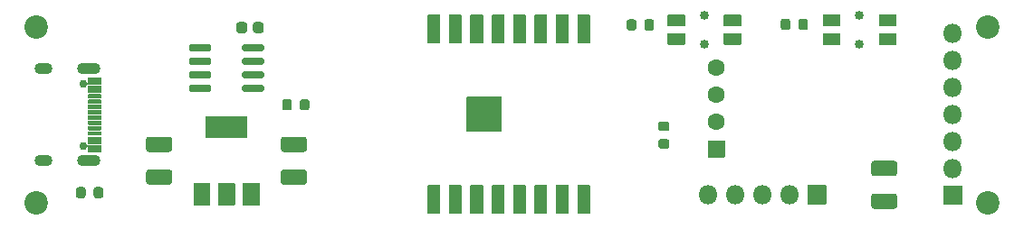
<source format=gbr>
%TF.GenerationSoftware,KiCad,Pcbnew,(5.1.10)-1*%
%TF.CreationDate,2021-05-06T00:31:15+08:00*%
%TF.ProjectId,wifivfd,77696669-7666-4642-9e6b-696361645f70,rev?*%
%TF.SameCoordinates,Original*%
%TF.FileFunction,Soldermask,Top*%
%TF.FilePolarity,Negative*%
%FSLAX46Y46*%
G04 Gerber Fmt 4.6, Leading zero omitted, Abs format (unit mm)*
G04 Created by KiCad (PCBNEW (5.1.10)-1) date 2021-05-06 00:31:15*
%MOMM*%
%LPD*%
G01*
G04 APERTURE LIST*
%ADD10C,1.600000*%
%ADD11C,0.850000*%
%ADD12O,1.800000X1.800000*%
%ADD13O,2.200000X1.100000*%
%ADD14O,1.700000X1.100000*%
%ADD15C,0.750000*%
%ADD16C,2.200000*%
%ADD17C,0.350000*%
G04 APERTURE END LIST*
%TO.C,DHT11*%
G36*
G01*
X164800000Y-93950000D02*
X164800000Y-92450000D01*
G75*
G02*
X164850000Y-92400000I50000J0D01*
G01*
X166350000Y-92400000D01*
G75*
G02*
X166400000Y-92450000I0J-50000D01*
G01*
X166400000Y-93950000D01*
G75*
G02*
X166350000Y-94000000I-50000J0D01*
G01*
X164850000Y-94000000D01*
G75*
G02*
X164800000Y-93950000I0J50000D01*
G01*
G37*
D10*
X165600000Y-90660000D03*
X165600000Y-88120000D03*
X165600000Y-85580000D03*
%TD*%
D11*
%TO.C,Flash*%
X164500000Y-80625000D03*
X164500000Y-83375000D03*
G36*
G01*
X167950000Y-80650000D02*
X167950000Y-81650000D01*
G75*
G02*
X167900000Y-81700000I-50000J0D01*
G01*
X166350000Y-81700000D01*
G75*
G02*
X166300000Y-81650000I0J50000D01*
G01*
X166300000Y-80650000D01*
G75*
G02*
X166350000Y-80600000I50000J0D01*
G01*
X167900000Y-80600000D01*
G75*
G02*
X167950000Y-80650000I0J-50000D01*
G01*
G37*
G36*
G01*
X162700000Y-80650000D02*
X162700000Y-81650000D01*
G75*
G02*
X162650000Y-81700000I-50000J0D01*
G01*
X161100000Y-81700000D01*
G75*
G02*
X161050000Y-81650000I0J50000D01*
G01*
X161050000Y-80650000D01*
G75*
G02*
X161100000Y-80600000I50000J0D01*
G01*
X162650000Y-80600000D01*
G75*
G02*
X162700000Y-80650000I0J-50000D01*
G01*
G37*
G36*
G01*
X162700000Y-82350000D02*
X162700000Y-83350000D01*
G75*
G02*
X162650000Y-83400000I-50000J0D01*
G01*
X161100000Y-83400000D01*
G75*
G02*
X161050000Y-83350000I0J50000D01*
G01*
X161050000Y-82350000D01*
G75*
G02*
X161100000Y-82300000I50000J0D01*
G01*
X162650000Y-82300000D01*
G75*
G02*
X162700000Y-82350000I0J-50000D01*
G01*
G37*
G36*
G01*
X167950000Y-82350000D02*
X167950000Y-83350000D01*
G75*
G02*
X167900000Y-83400000I-50000J0D01*
G01*
X166350000Y-83400000D01*
G75*
G02*
X166300000Y-83350000I0J50000D01*
G01*
X166300000Y-82350000D01*
G75*
G02*
X166350000Y-82300000I50000J0D01*
G01*
X167900000Y-82300000D01*
G75*
G02*
X167950000Y-82350000I0J-50000D01*
G01*
G37*
%TD*%
%TO.C,RST*%
X179000000Y-80625000D03*
X179000000Y-83375000D03*
G36*
G01*
X182450000Y-80650000D02*
X182450000Y-81650000D01*
G75*
G02*
X182400000Y-81700000I-50000J0D01*
G01*
X180850000Y-81700000D01*
G75*
G02*
X180800000Y-81650000I0J50000D01*
G01*
X180800000Y-80650000D01*
G75*
G02*
X180850000Y-80600000I50000J0D01*
G01*
X182400000Y-80600000D01*
G75*
G02*
X182450000Y-80650000I0J-50000D01*
G01*
G37*
G36*
G01*
X177200000Y-80650000D02*
X177200000Y-81650000D01*
G75*
G02*
X177150000Y-81700000I-50000J0D01*
G01*
X175600000Y-81700000D01*
G75*
G02*
X175550000Y-81650000I0J50000D01*
G01*
X175550000Y-80650000D01*
G75*
G02*
X175600000Y-80600000I50000J0D01*
G01*
X177150000Y-80600000D01*
G75*
G02*
X177200000Y-80650000I0J-50000D01*
G01*
G37*
G36*
G01*
X177200000Y-82350000D02*
X177200000Y-83350000D01*
G75*
G02*
X177150000Y-83400000I-50000J0D01*
G01*
X175600000Y-83400000D01*
G75*
G02*
X175550000Y-83350000I0J50000D01*
G01*
X175550000Y-82350000D01*
G75*
G02*
X175600000Y-82300000I50000J0D01*
G01*
X177150000Y-82300000D01*
G75*
G02*
X177200000Y-82350000I0J-50000D01*
G01*
G37*
G36*
G01*
X182450000Y-82350000D02*
X182450000Y-83350000D01*
G75*
G02*
X182400000Y-83400000I-50000J0D01*
G01*
X180850000Y-83400000D01*
G75*
G02*
X180800000Y-83350000I0J50000D01*
G01*
X180800000Y-82350000D01*
G75*
G02*
X180850000Y-82300000I50000J0D01*
G01*
X182400000Y-82300000D01*
G75*
G02*
X182450000Y-82350000I0J-50000D01*
G01*
G37*
%TD*%
D12*
%TO.C,VFD*%
X187700000Y-82310000D03*
X187700000Y-84850000D03*
X187700000Y-87390000D03*
X187700000Y-89930000D03*
X187700000Y-92470000D03*
X187700000Y-95010000D03*
G36*
G01*
X188600000Y-96700000D02*
X188600000Y-98400000D01*
G75*
G02*
X188550000Y-98450000I-50000J0D01*
G01*
X186850000Y-98450000D01*
G75*
G02*
X186800000Y-98400000I0J50000D01*
G01*
X186800000Y-96700000D01*
G75*
G02*
X186850000Y-96650000I50000J0D01*
G01*
X188550000Y-96650000D01*
G75*
G02*
X188600000Y-96700000I0J-50000D01*
G01*
G37*
%TD*%
%TO.C,U1*%
G36*
G01*
X139750000Y-99300000D02*
X138650000Y-99300000D01*
G75*
G02*
X138600000Y-99250000I0J50000D01*
G01*
X138600000Y-96650000D01*
G75*
G02*
X138650000Y-96600000I50000J0D01*
G01*
X139750000Y-96600000D01*
G75*
G02*
X139800000Y-96650000I0J-50000D01*
G01*
X139800000Y-99250000D01*
G75*
G02*
X139750000Y-99300000I-50000J0D01*
G01*
G37*
G36*
G01*
X141750000Y-99300000D02*
X140650000Y-99300000D01*
G75*
G02*
X140600000Y-99250000I0J50000D01*
G01*
X140600000Y-96650000D01*
G75*
G02*
X140650000Y-96600000I50000J0D01*
G01*
X141750000Y-96600000D01*
G75*
G02*
X141800000Y-96650000I0J-50000D01*
G01*
X141800000Y-99250000D01*
G75*
G02*
X141750000Y-99300000I-50000J0D01*
G01*
G37*
G36*
G01*
X143750000Y-99300000D02*
X142650000Y-99300000D01*
G75*
G02*
X142600000Y-99250000I0J50000D01*
G01*
X142600000Y-96650000D01*
G75*
G02*
X142650000Y-96600000I50000J0D01*
G01*
X143750000Y-96600000D01*
G75*
G02*
X143800000Y-96650000I0J-50000D01*
G01*
X143800000Y-99250000D01*
G75*
G02*
X143750000Y-99300000I-50000J0D01*
G01*
G37*
G36*
G01*
X145750000Y-99300000D02*
X144650000Y-99300000D01*
G75*
G02*
X144600000Y-99250000I0J50000D01*
G01*
X144600000Y-96650000D01*
G75*
G02*
X144650000Y-96600000I50000J0D01*
G01*
X145750000Y-96600000D01*
G75*
G02*
X145800000Y-96650000I0J-50000D01*
G01*
X145800000Y-99250000D01*
G75*
G02*
X145750000Y-99300000I-50000J0D01*
G01*
G37*
G36*
G01*
X147750000Y-99300000D02*
X146650000Y-99300000D01*
G75*
G02*
X146600000Y-99250000I0J50000D01*
G01*
X146600000Y-96650000D01*
G75*
G02*
X146650000Y-96600000I50000J0D01*
G01*
X147750000Y-96600000D01*
G75*
G02*
X147800000Y-96650000I0J-50000D01*
G01*
X147800000Y-99250000D01*
G75*
G02*
X147750000Y-99300000I-50000J0D01*
G01*
G37*
G36*
G01*
X149750000Y-99300000D02*
X148650000Y-99300000D01*
G75*
G02*
X148600000Y-99250000I0J50000D01*
G01*
X148600000Y-96650000D01*
G75*
G02*
X148650000Y-96600000I50000J0D01*
G01*
X149750000Y-96600000D01*
G75*
G02*
X149800000Y-96650000I0J-50000D01*
G01*
X149800000Y-99250000D01*
G75*
G02*
X149750000Y-99300000I-50000J0D01*
G01*
G37*
G36*
G01*
X151750000Y-99300000D02*
X150650000Y-99300000D01*
G75*
G02*
X150600000Y-99250000I0J50000D01*
G01*
X150600000Y-96650000D01*
G75*
G02*
X150650000Y-96600000I50000J0D01*
G01*
X151750000Y-96600000D01*
G75*
G02*
X151800000Y-96650000I0J-50000D01*
G01*
X151800000Y-99250000D01*
G75*
G02*
X151750000Y-99300000I-50000J0D01*
G01*
G37*
G36*
G01*
X153750000Y-99300000D02*
X152650000Y-99300000D01*
G75*
G02*
X152600000Y-99250000I0J50000D01*
G01*
X152600000Y-96650000D01*
G75*
G02*
X152650000Y-96600000I50000J0D01*
G01*
X153750000Y-96600000D01*
G75*
G02*
X153800000Y-96650000I0J-50000D01*
G01*
X153800000Y-99250000D01*
G75*
G02*
X153750000Y-99300000I-50000J0D01*
G01*
G37*
G36*
G01*
X153750000Y-83300000D02*
X152650000Y-83300000D01*
G75*
G02*
X152600000Y-83250000I0J50000D01*
G01*
X152600000Y-80650000D01*
G75*
G02*
X152650000Y-80600000I50000J0D01*
G01*
X153750000Y-80600000D01*
G75*
G02*
X153800000Y-80650000I0J-50000D01*
G01*
X153800000Y-83250000D01*
G75*
G02*
X153750000Y-83300000I-50000J0D01*
G01*
G37*
G36*
G01*
X151750000Y-83300000D02*
X150650000Y-83300000D01*
G75*
G02*
X150600000Y-83250000I0J50000D01*
G01*
X150600000Y-80650000D01*
G75*
G02*
X150650000Y-80600000I50000J0D01*
G01*
X151750000Y-80600000D01*
G75*
G02*
X151800000Y-80650000I0J-50000D01*
G01*
X151800000Y-83250000D01*
G75*
G02*
X151750000Y-83300000I-50000J0D01*
G01*
G37*
G36*
G01*
X149750000Y-83300000D02*
X148650000Y-83300000D01*
G75*
G02*
X148600000Y-83250000I0J50000D01*
G01*
X148600000Y-80650000D01*
G75*
G02*
X148650000Y-80600000I50000J0D01*
G01*
X149750000Y-80600000D01*
G75*
G02*
X149800000Y-80650000I0J-50000D01*
G01*
X149800000Y-83250000D01*
G75*
G02*
X149750000Y-83300000I-50000J0D01*
G01*
G37*
G36*
G01*
X147750000Y-83300000D02*
X146650000Y-83300000D01*
G75*
G02*
X146600000Y-83250000I0J50000D01*
G01*
X146600000Y-80650000D01*
G75*
G02*
X146650000Y-80600000I50000J0D01*
G01*
X147750000Y-80600000D01*
G75*
G02*
X147800000Y-80650000I0J-50000D01*
G01*
X147800000Y-83250000D01*
G75*
G02*
X147750000Y-83300000I-50000J0D01*
G01*
G37*
G36*
G01*
X145750000Y-83300000D02*
X144650000Y-83300000D01*
G75*
G02*
X144600000Y-83250000I0J50000D01*
G01*
X144600000Y-80650000D01*
G75*
G02*
X144650000Y-80600000I50000J0D01*
G01*
X145750000Y-80600000D01*
G75*
G02*
X145800000Y-80650000I0J-50000D01*
G01*
X145800000Y-83250000D01*
G75*
G02*
X145750000Y-83300000I-50000J0D01*
G01*
G37*
G36*
G01*
X143750000Y-83300000D02*
X142650000Y-83300000D01*
G75*
G02*
X142600000Y-83250000I0J50000D01*
G01*
X142600000Y-80650000D01*
G75*
G02*
X142650000Y-80600000I50000J0D01*
G01*
X143750000Y-80600000D01*
G75*
G02*
X143800000Y-80650000I0J-50000D01*
G01*
X143800000Y-83250000D01*
G75*
G02*
X143750000Y-83300000I-50000J0D01*
G01*
G37*
G36*
G01*
X141750000Y-83300000D02*
X140650000Y-83300000D01*
G75*
G02*
X140600000Y-83250000I0J50000D01*
G01*
X140600000Y-80650000D01*
G75*
G02*
X140650000Y-80600000I50000J0D01*
G01*
X141750000Y-80600000D01*
G75*
G02*
X141800000Y-80650000I0J-50000D01*
G01*
X141800000Y-83250000D01*
G75*
G02*
X141750000Y-83300000I-50000J0D01*
G01*
G37*
G36*
G01*
X139750000Y-83300000D02*
X138650000Y-83300000D01*
G75*
G02*
X138600000Y-83250000I0J50000D01*
G01*
X138600000Y-80650000D01*
G75*
G02*
X138650000Y-80600000I50000J0D01*
G01*
X139750000Y-80600000D01*
G75*
G02*
X139800000Y-80650000I0J-50000D01*
G01*
X139800000Y-83250000D01*
G75*
G02*
X139750000Y-83300000I-50000J0D01*
G01*
G37*
G36*
G01*
X145500000Y-91600000D02*
X142300000Y-91600000D01*
G75*
G02*
X142250000Y-91550000I0J50000D01*
G01*
X142250000Y-88350000D01*
G75*
G02*
X142300000Y-88300000I50000J0D01*
G01*
X145500000Y-88300000D01*
G75*
G02*
X145550000Y-88350000I0J-50000D01*
G01*
X145550000Y-91550000D01*
G75*
G02*
X145500000Y-91600000I-50000J0D01*
G01*
G37*
%TD*%
D13*
%TO.C,Type-C*%
X106905000Y-85680000D03*
X106905000Y-94320000D03*
D14*
X102725000Y-85680000D03*
X102725000Y-94320000D03*
D15*
X106405000Y-92890000D03*
X106405000Y-87110000D03*
G36*
G01*
X106895000Y-92850000D02*
X108045000Y-92850000D01*
G75*
G02*
X108095000Y-92900000I0J-50000D01*
G01*
X108095000Y-93200000D01*
G75*
G02*
X108045000Y-93250000I-50000J0D01*
G01*
X106895000Y-93250000D01*
G75*
G02*
X106845000Y-93200000I0J50000D01*
G01*
X106845000Y-92900000D01*
G75*
G02*
X106895000Y-92850000I50000J0D01*
G01*
G37*
G36*
G01*
X106895000Y-92050000D02*
X108045000Y-92050000D01*
G75*
G02*
X108095000Y-92100000I0J-50000D01*
G01*
X108095000Y-92400000D01*
G75*
G02*
X108045000Y-92450000I-50000J0D01*
G01*
X106895000Y-92450000D01*
G75*
G02*
X106845000Y-92400000I0J50000D01*
G01*
X106845000Y-92100000D01*
G75*
G02*
X106895000Y-92050000I50000J0D01*
G01*
G37*
G36*
G01*
X106895000Y-91550000D02*
X108045000Y-91550000D01*
G75*
G02*
X108095000Y-91600000I0J-50000D01*
G01*
X108095000Y-91900000D01*
G75*
G02*
X108045000Y-91950000I-50000J0D01*
G01*
X106895000Y-91950000D01*
G75*
G02*
X106845000Y-91900000I0J50000D01*
G01*
X106845000Y-91600000D01*
G75*
G02*
X106895000Y-91550000I50000J0D01*
G01*
G37*
G36*
G01*
X106895000Y-91050000D02*
X108045000Y-91050000D01*
G75*
G02*
X108095000Y-91100000I0J-50000D01*
G01*
X108095000Y-91400000D01*
G75*
G02*
X108045000Y-91450000I-50000J0D01*
G01*
X106895000Y-91450000D01*
G75*
G02*
X106845000Y-91400000I0J50000D01*
G01*
X106845000Y-91100000D01*
G75*
G02*
X106895000Y-91050000I50000J0D01*
G01*
G37*
G36*
G01*
X106895000Y-90550000D02*
X108045000Y-90550000D01*
G75*
G02*
X108095000Y-90600000I0J-50000D01*
G01*
X108095000Y-90900000D01*
G75*
G02*
X108045000Y-90950000I-50000J0D01*
G01*
X106895000Y-90950000D01*
G75*
G02*
X106845000Y-90900000I0J50000D01*
G01*
X106845000Y-90600000D01*
G75*
G02*
X106895000Y-90550000I50000J0D01*
G01*
G37*
G36*
G01*
X106895000Y-90050000D02*
X108045000Y-90050000D01*
G75*
G02*
X108095000Y-90100000I0J-50000D01*
G01*
X108095000Y-90400000D01*
G75*
G02*
X108045000Y-90450000I-50000J0D01*
G01*
X106895000Y-90450000D01*
G75*
G02*
X106845000Y-90400000I0J50000D01*
G01*
X106845000Y-90100000D01*
G75*
G02*
X106895000Y-90050000I50000J0D01*
G01*
G37*
G36*
G01*
X106895000Y-89550000D02*
X108045000Y-89550000D01*
G75*
G02*
X108095000Y-89600000I0J-50000D01*
G01*
X108095000Y-89900000D01*
G75*
G02*
X108045000Y-89950000I-50000J0D01*
G01*
X106895000Y-89950000D01*
G75*
G02*
X106845000Y-89900000I0J50000D01*
G01*
X106845000Y-89600000D01*
G75*
G02*
X106895000Y-89550000I50000J0D01*
G01*
G37*
G36*
G01*
X106895000Y-89050000D02*
X108045000Y-89050000D01*
G75*
G02*
X108095000Y-89100000I0J-50000D01*
G01*
X108095000Y-89400000D01*
G75*
G02*
X108045000Y-89450000I-50000J0D01*
G01*
X106895000Y-89450000D01*
G75*
G02*
X106845000Y-89400000I0J50000D01*
G01*
X106845000Y-89100000D01*
G75*
G02*
X106895000Y-89050000I50000J0D01*
G01*
G37*
G36*
G01*
X106895000Y-88550000D02*
X108045000Y-88550000D01*
G75*
G02*
X108095000Y-88600000I0J-50000D01*
G01*
X108095000Y-88900000D01*
G75*
G02*
X108045000Y-88950000I-50000J0D01*
G01*
X106895000Y-88950000D01*
G75*
G02*
X106845000Y-88900000I0J50000D01*
G01*
X106845000Y-88600000D01*
G75*
G02*
X106895000Y-88550000I50000J0D01*
G01*
G37*
G36*
G01*
X106895000Y-88050000D02*
X108045000Y-88050000D01*
G75*
G02*
X108095000Y-88100000I0J-50000D01*
G01*
X108095000Y-88400000D01*
G75*
G02*
X108045000Y-88450000I-50000J0D01*
G01*
X106895000Y-88450000D01*
G75*
G02*
X106845000Y-88400000I0J50000D01*
G01*
X106845000Y-88100000D01*
G75*
G02*
X106895000Y-88050000I50000J0D01*
G01*
G37*
G36*
G01*
X106895000Y-87250000D02*
X108045000Y-87250000D01*
G75*
G02*
X108095000Y-87300000I0J-50000D01*
G01*
X108095000Y-87600000D01*
G75*
G02*
X108045000Y-87650000I-50000J0D01*
G01*
X106895000Y-87650000D01*
G75*
G02*
X106845000Y-87600000I0J50000D01*
G01*
X106845000Y-87300000D01*
G75*
G02*
X106895000Y-87250000I50000J0D01*
G01*
G37*
G36*
G01*
X106895000Y-86450000D02*
X108045000Y-86450000D01*
G75*
G02*
X108095000Y-86500000I0J-50000D01*
G01*
X108095000Y-86800000D01*
G75*
G02*
X108045000Y-86850000I-50000J0D01*
G01*
X106895000Y-86850000D01*
G75*
G02*
X106845000Y-86800000I0J50000D01*
G01*
X106845000Y-86500000D01*
G75*
G02*
X106895000Y-86450000I50000J0D01*
G01*
G37*
G36*
G01*
X106895000Y-86750000D02*
X108045000Y-86750000D01*
G75*
G02*
X108095000Y-86800000I0J-50000D01*
G01*
X108095000Y-87100000D01*
G75*
G02*
X108045000Y-87150000I-50000J0D01*
G01*
X106895000Y-87150000D01*
G75*
G02*
X106845000Y-87100000I0J50000D01*
G01*
X106845000Y-86800000D01*
G75*
G02*
X106895000Y-86750000I50000J0D01*
G01*
G37*
G36*
G01*
X106895000Y-87550000D02*
X108045000Y-87550000D01*
G75*
G02*
X108095000Y-87600000I0J-50000D01*
G01*
X108095000Y-87900000D01*
G75*
G02*
X108045000Y-87950000I-50000J0D01*
G01*
X106895000Y-87950000D01*
G75*
G02*
X106845000Y-87900000I0J50000D01*
G01*
X106845000Y-87600000D01*
G75*
G02*
X106895000Y-87550000I50000J0D01*
G01*
G37*
G36*
G01*
X106895000Y-92350000D02*
X108045000Y-92350000D01*
G75*
G02*
X108095000Y-92400000I0J-50000D01*
G01*
X108095000Y-92700000D01*
G75*
G02*
X108045000Y-92750000I-50000J0D01*
G01*
X106895000Y-92750000D01*
G75*
G02*
X106845000Y-92700000I0J50000D01*
G01*
X106845000Y-92400000D01*
G75*
G02*
X106895000Y-92350000I50000J0D01*
G01*
G37*
G36*
G01*
X106895000Y-93150000D02*
X108045000Y-93150000D01*
G75*
G02*
X108095000Y-93200000I0J-50000D01*
G01*
X108095000Y-93500000D01*
G75*
G02*
X108045000Y-93550000I-50000J0D01*
G01*
X106895000Y-93550000D01*
G75*
G02*
X106845000Y-93500000I0J50000D01*
G01*
X106845000Y-93200000D01*
G75*
G02*
X106895000Y-93150000I50000J0D01*
G01*
G37*
%TD*%
D16*
%TO.C,REF\u002A\u002A*%
X191000000Y-98250000D03*
%TD*%
%TO.C,REF\u002A\u002A*%
X191000000Y-81750000D03*
%TD*%
%TO.C,REF\u002A\u002A*%
X102000000Y-98250000D03*
%TD*%
%TO.C,REF\u002A\u002A*%
X102000000Y-81750000D03*
%TD*%
%TO.C,U4*%
G36*
G01*
X116300000Y-83870000D02*
X116300000Y-83520000D01*
G75*
G02*
X116475000Y-83345000I175000J0D01*
G01*
X118175000Y-83345000D01*
G75*
G02*
X118350000Y-83520000I0J-175000D01*
G01*
X118350000Y-83870000D01*
G75*
G02*
X118175000Y-84045000I-175000J0D01*
G01*
X116475000Y-84045000D01*
G75*
G02*
X116300000Y-83870000I0J175000D01*
G01*
G37*
G36*
G01*
X116300000Y-85140000D02*
X116300000Y-84790000D01*
G75*
G02*
X116475000Y-84615000I175000J0D01*
G01*
X118175000Y-84615000D01*
G75*
G02*
X118350000Y-84790000I0J-175000D01*
G01*
X118350000Y-85140000D01*
G75*
G02*
X118175000Y-85315000I-175000J0D01*
G01*
X116475000Y-85315000D01*
G75*
G02*
X116300000Y-85140000I0J175000D01*
G01*
G37*
G36*
G01*
X116300000Y-86410000D02*
X116300000Y-86060000D01*
G75*
G02*
X116475000Y-85885000I175000J0D01*
G01*
X118175000Y-85885000D01*
G75*
G02*
X118350000Y-86060000I0J-175000D01*
G01*
X118350000Y-86410000D01*
G75*
G02*
X118175000Y-86585000I-175000J0D01*
G01*
X116475000Y-86585000D01*
G75*
G02*
X116300000Y-86410000I0J175000D01*
G01*
G37*
G36*
G01*
X116300000Y-87680000D02*
X116300000Y-87330000D01*
G75*
G02*
X116475000Y-87155000I175000J0D01*
G01*
X118175000Y-87155000D01*
G75*
G02*
X118350000Y-87330000I0J-175000D01*
G01*
X118350000Y-87680000D01*
G75*
G02*
X118175000Y-87855000I-175000J0D01*
G01*
X116475000Y-87855000D01*
G75*
G02*
X116300000Y-87680000I0J175000D01*
G01*
G37*
G36*
G01*
X121250000Y-87680000D02*
X121250000Y-87330000D01*
G75*
G02*
X121425000Y-87155000I175000J0D01*
G01*
X123125000Y-87155000D01*
G75*
G02*
X123300000Y-87330000I0J-175000D01*
G01*
X123300000Y-87680000D01*
G75*
G02*
X123125000Y-87855000I-175000J0D01*
G01*
X121425000Y-87855000D01*
G75*
G02*
X121250000Y-87680000I0J175000D01*
G01*
G37*
G36*
G01*
X121250000Y-86410000D02*
X121250000Y-86060000D01*
G75*
G02*
X121425000Y-85885000I175000J0D01*
G01*
X123125000Y-85885000D01*
G75*
G02*
X123300000Y-86060000I0J-175000D01*
G01*
X123300000Y-86410000D01*
G75*
G02*
X123125000Y-86585000I-175000J0D01*
G01*
X121425000Y-86585000D01*
G75*
G02*
X121250000Y-86410000I0J175000D01*
G01*
G37*
G36*
G01*
X121250000Y-85140000D02*
X121250000Y-84790000D01*
G75*
G02*
X121425000Y-84615000I175000J0D01*
G01*
X123125000Y-84615000D01*
G75*
G02*
X123300000Y-84790000I0J-175000D01*
G01*
X123300000Y-85140000D01*
G75*
G02*
X123125000Y-85315000I-175000J0D01*
G01*
X121425000Y-85315000D01*
G75*
G02*
X121250000Y-85140000I0J175000D01*
G01*
G37*
G36*
G01*
X121250000Y-83870000D02*
X121250000Y-83520000D01*
G75*
G02*
X121425000Y-83345000I175000J0D01*
G01*
X123125000Y-83345000D01*
G75*
G02*
X123300000Y-83520000I0J-175000D01*
G01*
X123300000Y-83870000D01*
G75*
G02*
X123125000Y-84045000I-175000J0D01*
G01*
X121425000Y-84045000D01*
G75*
G02*
X121250000Y-83870000I0J175000D01*
G01*
G37*
%TD*%
%TO.C,U2*%
G36*
G01*
X121700000Y-92200000D02*
X117900000Y-92200000D01*
G75*
G02*
X117850000Y-92150000I0J50000D01*
G01*
X117850000Y-90150000D01*
G75*
G02*
X117900000Y-90100000I50000J0D01*
G01*
X121700000Y-90100000D01*
G75*
G02*
X121750000Y-90150000I0J-50000D01*
G01*
X121750000Y-92150000D01*
G75*
G02*
X121700000Y-92200000I-50000J0D01*
G01*
G37*
G36*
G01*
X120550000Y-98500000D02*
X119050000Y-98500000D01*
G75*
G02*
X119000000Y-98450000I0J50000D01*
G01*
X119000000Y-96450000D01*
G75*
G02*
X119050000Y-96400000I50000J0D01*
G01*
X120550000Y-96400000D01*
G75*
G02*
X120600000Y-96450000I0J-50000D01*
G01*
X120600000Y-98450000D01*
G75*
G02*
X120550000Y-98500000I-50000J0D01*
G01*
G37*
G36*
G01*
X122850000Y-98500000D02*
X121350000Y-98500000D01*
G75*
G02*
X121300000Y-98450000I0J50000D01*
G01*
X121300000Y-96450000D01*
G75*
G02*
X121350000Y-96400000I50000J0D01*
G01*
X122850000Y-96400000D01*
G75*
G02*
X122900000Y-96450000I0J-50000D01*
G01*
X122900000Y-98450000D01*
G75*
G02*
X122850000Y-98500000I-50000J0D01*
G01*
G37*
G36*
G01*
X118250000Y-98500000D02*
X116750000Y-98500000D01*
G75*
G02*
X116700000Y-98450000I0J50000D01*
G01*
X116700000Y-96450000D01*
G75*
G02*
X116750000Y-96400000I50000J0D01*
G01*
X118250000Y-96400000D01*
G75*
G02*
X118300000Y-96450000I0J-50000D01*
G01*
X118300000Y-98450000D01*
G75*
G02*
X118250000Y-98500000I-50000J0D01*
G01*
G37*
%TD*%
%TO.C,R5*%
G36*
G01*
X160400000Y-90625000D02*
X161000000Y-90625000D01*
G75*
G02*
X161225000Y-90850000I0J-225000D01*
G01*
X161225000Y-91300000D01*
G75*
G02*
X161000000Y-91525000I-225000J0D01*
G01*
X160400000Y-91525000D01*
G75*
G02*
X160175000Y-91300000I0J225000D01*
G01*
X160175000Y-90850000D01*
G75*
G02*
X160400000Y-90625000I225000J0D01*
G01*
G37*
G36*
G01*
X160400000Y-92275000D02*
X161000000Y-92275000D01*
G75*
G02*
X161225000Y-92500000I0J-225000D01*
G01*
X161225000Y-92950000D01*
G75*
G02*
X161000000Y-93175000I-225000J0D01*
G01*
X160400000Y-93175000D01*
G75*
G02*
X160175000Y-92950000I0J225000D01*
G01*
X160175000Y-92500000D01*
G75*
G02*
X160400000Y-92275000I225000J0D01*
G01*
G37*
%TD*%
%TO.C,R4*%
G36*
G01*
X157225000Y-81850000D02*
X157225000Y-81250000D01*
G75*
G02*
X157450000Y-81025000I225000J0D01*
G01*
X157900000Y-81025000D01*
G75*
G02*
X158125000Y-81250000I0J-225000D01*
G01*
X158125000Y-81850000D01*
G75*
G02*
X157900000Y-82075000I-225000J0D01*
G01*
X157450000Y-82075000D01*
G75*
G02*
X157225000Y-81850000I0J225000D01*
G01*
G37*
G36*
G01*
X158875000Y-81850000D02*
X158875000Y-81250000D01*
G75*
G02*
X159100000Y-81025000I225000J0D01*
G01*
X159550000Y-81025000D01*
G75*
G02*
X159775000Y-81250000I0J-225000D01*
G01*
X159775000Y-81850000D01*
G75*
G02*
X159550000Y-82075000I-225000J0D01*
G01*
X159100000Y-82075000D01*
G75*
G02*
X158875000Y-81850000I0J225000D01*
G01*
G37*
%TD*%
%TO.C,R3*%
G36*
G01*
X171625000Y-81800000D02*
X171625000Y-81200000D01*
G75*
G02*
X171850000Y-80975000I225000J0D01*
G01*
X172300000Y-80975000D01*
G75*
G02*
X172525000Y-81200000I0J-225000D01*
G01*
X172525000Y-81800000D01*
G75*
G02*
X172300000Y-82025000I-225000J0D01*
G01*
X171850000Y-82025000D01*
G75*
G02*
X171625000Y-81800000I0J225000D01*
G01*
G37*
G36*
G01*
X173275000Y-81800000D02*
X173275000Y-81200000D01*
G75*
G02*
X173500000Y-80975000I225000J0D01*
G01*
X173950000Y-80975000D01*
G75*
G02*
X174175000Y-81200000I0J-225000D01*
G01*
X174175000Y-81800000D01*
G75*
G02*
X173950000Y-82025000I-225000J0D01*
G01*
X173500000Y-82025000D01*
G75*
G02*
X173275000Y-81800000I0J225000D01*
G01*
G37*
%TD*%
%TO.C,R2*%
G36*
G01*
X108275000Y-97000000D02*
X108275000Y-97600000D01*
G75*
G02*
X108050000Y-97825000I-225000J0D01*
G01*
X107600000Y-97825000D01*
G75*
G02*
X107375000Y-97600000I0J225000D01*
G01*
X107375000Y-97000000D01*
G75*
G02*
X107600000Y-96775000I225000J0D01*
G01*
X108050000Y-96775000D01*
G75*
G02*
X108275000Y-97000000I0J-225000D01*
G01*
G37*
G36*
G01*
X106625000Y-97000000D02*
X106625000Y-97600000D01*
G75*
G02*
X106400000Y-97825000I-225000J0D01*
G01*
X105950000Y-97825000D01*
G75*
G02*
X105725000Y-97600000I0J225000D01*
G01*
X105725000Y-97000000D01*
G75*
G02*
X105950000Y-96775000I225000J0D01*
G01*
X106400000Y-96775000D01*
G75*
G02*
X106625000Y-97000000I0J-225000D01*
G01*
G37*
%TD*%
%TO.C,R1*%
G36*
G01*
X127550000Y-88750000D02*
X127550000Y-89350000D01*
G75*
G02*
X127325000Y-89575000I-225000J0D01*
G01*
X126875000Y-89575000D01*
G75*
G02*
X126650000Y-89350000I0J225000D01*
G01*
X126650000Y-88750000D01*
G75*
G02*
X126875000Y-88525000I225000J0D01*
G01*
X127325000Y-88525000D01*
G75*
G02*
X127550000Y-88750000I0J-225000D01*
G01*
G37*
G36*
G01*
X125900000Y-88750000D02*
X125900000Y-89350000D01*
G75*
G02*
X125675000Y-89575000I-225000J0D01*
G01*
X125225000Y-89575000D01*
G75*
G02*
X125000000Y-89350000I0J225000D01*
G01*
X125000000Y-88750000D01*
G75*
G02*
X125225000Y-88525000I225000J0D01*
G01*
X125675000Y-88525000D01*
G75*
G02*
X125900000Y-88750000I0J-225000D01*
G01*
G37*
%TD*%
%TO.C,I/O*%
G36*
G01*
X174150000Y-96600000D02*
X175850000Y-96600000D01*
G75*
G02*
X175900000Y-96650000I0J-50000D01*
G01*
X175900000Y-98350000D01*
G75*
G02*
X175850000Y-98400000I-50000J0D01*
G01*
X174150000Y-98400000D01*
G75*
G02*
X174100000Y-98350000I0J50000D01*
G01*
X174100000Y-96650000D01*
G75*
G02*
X174150000Y-96600000I50000J0D01*
G01*
G37*
D12*
X172460000Y-97500000D03*
X169920000Y-97500000D03*
X167380000Y-97500000D03*
X164840000Y-97500000D03*
%TD*%
%TO.C,C4*%
G36*
G01*
X123275000Y-81525000D02*
X123275000Y-82075000D01*
G75*
G02*
X123025000Y-82325000I-250000J0D01*
G01*
X122525000Y-82325000D01*
G75*
G02*
X122275000Y-82075000I0J250000D01*
G01*
X122275000Y-81525000D01*
G75*
G02*
X122525000Y-81275000I250000J0D01*
G01*
X123025000Y-81275000D01*
G75*
G02*
X123275000Y-81525000I0J-250000D01*
G01*
G37*
G36*
G01*
X121725000Y-81525000D02*
X121725000Y-82075000D01*
G75*
G02*
X121475000Y-82325000I-250000J0D01*
G01*
X120975000Y-82325000D01*
G75*
G02*
X120725000Y-82075000I0J250000D01*
G01*
X120725000Y-81525000D01*
G75*
G02*
X120975000Y-81275000I250000J0D01*
G01*
X121475000Y-81275000D01*
G75*
G02*
X121725000Y-81525000I0J-250000D01*
G01*
G37*
%TD*%
%TO.C,C3*%
G36*
G01*
X180343865Y-94312500D02*
X182256135Y-94312500D01*
G75*
G02*
X182525000Y-94581365I0J-268865D01*
G01*
X182525000Y-95468635D01*
G75*
G02*
X182256135Y-95737500I-268865J0D01*
G01*
X180343865Y-95737500D01*
G75*
G02*
X180075000Y-95468635I0J268865D01*
G01*
X180075000Y-94581365D01*
G75*
G02*
X180343865Y-94312500I268865J0D01*
G01*
G37*
G36*
G01*
X180343865Y-97387500D02*
X182256135Y-97387500D01*
G75*
G02*
X182525000Y-97656365I0J-268865D01*
G01*
X182525000Y-98543635D01*
G75*
G02*
X182256135Y-98812500I-268865J0D01*
G01*
X180343865Y-98812500D01*
G75*
G02*
X180075000Y-98543635I0J268865D01*
G01*
X180075000Y-97656365D01*
G75*
G02*
X180343865Y-97387500I268865J0D01*
G01*
G37*
%TD*%
%TO.C,C2*%
G36*
G01*
X114456135Y-96550000D02*
X112543865Y-96550000D01*
G75*
G02*
X112275000Y-96281135I0J268865D01*
G01*
X112275000Y-95393865D01*
G75*
G02*
X112543865Y-95125000I268865J0D01*
G01*
X114456135Y-95125000D01*
G75*
G02*
X114725000Y-95393865I0J-268865D01*
G01*
X114725000Y-96281135D01*
G75*
G02*
X114456135Y-96550000I-268865J0D01*
G01*
G37*
G36*
G01*
X114456135Y-93475000D02*
X112543865Y-93475000D01*
G75*
G02*
X112275000Y-93206135I0J268865D01*
G01*
X112275000Y-92318865D01*
G75*
G02*
X112543865Y-92050000I268865J0D01*
G01*
X114456135Y-92050000D01*
G75*
G02*
X114725000Y-92318865I0J-268865D01*
G01*
X114725000Y-93206135D01*
G75*
G02*
X114456135Y-93475000I-268865J0D01*
G01*
G37*
%TD*%
%TO.C,C1*%
G36*
G01*
X127056135Y-96550000D02*
X125143865Y-96550000D01*
G75*
G02*
X124875000Y-96281135I0J268865D01*
G01*
X124875000Y-95393865D01*
G75*
G02*
X125143865Y-95125000I268865J0D01*
G01*
X127056135Y-95125000D01*
G75*
G02*
X127325000Y-95393865I0J-268865D01*
G01*
X127325000Y-96281135D01*
G75*
G02*
X127056135Y-96550000I-268865J0D01*
G01*
G37*
G36*
G01*
X127056135Y-93475000D02*
X125143865Y-93475000D01*
G75*
G02*
X124875000Y-93206135I0J268865D01*
G01*
X124875000Y-92318865D01*
G75*
G02*
X125143865Y-92050000I268865J0D01*
G01*
X127056135Y-92050000D01*
G75*
G02*
X127325000Y-92318865I0J-268865D01*
G01*
X127325000Y-93206135D01*
G75*
G02*
X127056135Y-93475000I-268865J0D01*
G01*
G37*
%TD*%
D17*
G36*
X106771925Y-92811521D02*
G01*
X106774000Y-92818365D01*
X106778435Y-92826663D01*
X106784403Y-92833935D01*
X106791675Y-92839903D01*
X106799973Y-92844338D01*
X106808977Y-92847068D01*
X106818432Y-92848000D01*
X106845000Y-92848000D01*
X106846732Y-92849000D01*
X106847000Y-92850000D01*
X106847000Y-93053683D01*
X106846000Y-93055415D01*
X106844000Y-93055415D01*
X106843010Y-93053879D01*
X106842068Y-93044323D01*
X106839338Y-93035319D01*
X106834903Y-93027021D01*
X106828935Y-93019749D01*
X106821663Y-93013781D01*
X106813365Y-93009346D01*
X106804361Y-93006616D01*
X106795001Y-93005693D01*
X106785641Y-93006616D01*
X106776637Y-93009346D01*
X106768339Y-93013781D01*
X106761067Y-93019749D01*
X106755100Y-93027021D01*
X106751730Y-93033326D01*
X106750032Y-93034382D01*
X106748268Y-93033439D01*
X106748118Y-93031618D01*
X106761929Y-92998275D01*
X106776194Y-92926557D01*
X106776194Y-92853443D01*
X106768049Y-92812491D01*
X106768692Y-92810597D01*
X106770654Y-92810207D01*
X106771925Y-92811521D01*
G37*
G36*
X106846165Y-86944691D02*
G01*
X106847000Y-86946317D01*
X106847000Y-87150000D01*
X106846000Y-87151732D01*
X106845000Y-87152000D01*
X106818432Y-87152000D01*
X106808977Y-87152932D01*
X106799973Y-87155662D01*
X106791675Y-87160097D01*
X106784403Y-87166065D01*
X106778435Y-87173337D01*
X106774000Y-87181635D01*
X106771925Y-87188479D01*
X106770465Y-87189847D01*
X106768551Y-87189266D01*
X106768049Y-87187509D01*
X106776194Y-87146557D01*
X106776194Y-87073443D01*
X106761929Y-87001725D01*
X106748118Y-86968382D01*
X106748379Y-86966399D01*
X106750227Y-86965634D01*
X106751730Y-86966674D01*
X106755100Y-86972979D01*
X106761067Y-86980251D01*
X106768339Y-86986219D01*
X106776637Y-86990654D01*
X106785641Y-86993384D01*
X106795001Y-86994307D01*
X106804361Y-86993384D01*
X106813365Y-86990654D01*
X106821663Y-86986219D01*
X106828935Y-86980251D01*
X106834903Y-86972979D01*
X106839338Y-86964681D01*
X106842068Y-86955677D01*
X106843010Y-86946121D01*
X106844175Y-86944495D01*
X106846165Y-86944691D01*
G37*
M02*

</source>
